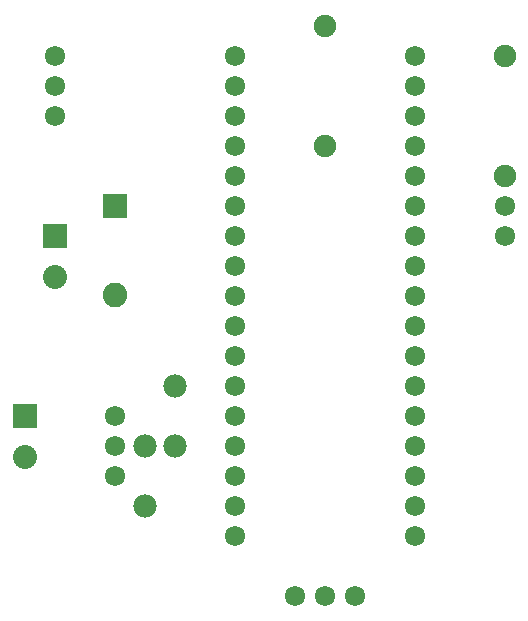
<source format=gtl>
G04 MADE WITH FRITZING*
G04 WWW.FRITZING.ORG*
G04 DOUBLE SIDED*
G04 HOLES PLATED*
G04 CONTOUR ON CENTER OF CONTOUR VECTOR*
%ASAXBY*%
%FSLAX23Y23*%
%MOIN*%
%OFA0B0*%
%SFA1.0B1.0*%
%ADD10C,0.067717*%
%ADD11C,0.080000*%
%ADD12C,0.082000*%
%ADD13C,0.078000*%
%ADD14C,0.075000*%
%ADD15R,0.080000X0.080000*%
%ADD16R,0.082000X0.082000*%
%LNCOPPER1*%
G90*
G70*
G54D10*
X1776Y1480D03*
X1776Y1580D03*
X1076Y280D03*
X1176Y280D03*
X1276Y280D03*
X276Y2080D03*
X276Y1980D03*
X276Y1880D03*
X476Y880D03*
X476Y780D03*
X476Y680D03*
X1476Y2080D03*
X1476Y1980D03*
X1476Y1880D03*
X1476Y1780D03*
X1476Y1680D03*
X1476Y1580D03*
X1476Y1480D03*
X1476Y1380D03*
X1476Y1280D03*
X1476Y1180D03*
X1476Y1080D03*
X1476Y980D03*
X1476Y880D03*
X1476Y780D03*
X1476Y680D03*
X1476Y580D03*
X1476Y480D03*
X876Y2080D03*
X876Y1980D03*
X876Y1880D03*
X876Y1780D03*
X876Y1680D03*
X876Y1580D03*
X876Y1480D03*
X876Y1380D03*
X876Y1280D03*
X876Y1180D03*
X876Y1080D03*
X876Y980D03*
X876Y880D03*
X876Y780D03*
X876Y680D03*
X876Y580D03*
X876Y480D03*
G54D11*
X276Y1480D03*
X276Y1342D03*
X176Y880D03*
X176Y742D03*
G54D12*
X476Y1580D03*
X476Y1282D03*
X476Y1580D03*
X476Y1282D03*
G54D13*
X676Y980D03*
X676Y780D03*
X676Y980D03*
X676Y780D03*
X576Y780D03*
X576Y580D03*
X576Y780D03*
X576Y580D03*
G54D14*
X1776Y2080D03*
X1776Y1680D03*
X1776Y2080D03*
X1776Y1680D03*
X1176Y1780D03*
X1176Y2180D03*
X1176Y1780D03*
X1176Y2180D03*
G54D15*
X276Y1480D03*
X176Y880D03*
G54D16*
X476Y1581D03*
X476Y1581D03*
G04 End of Copper1*
M02*
</source>
